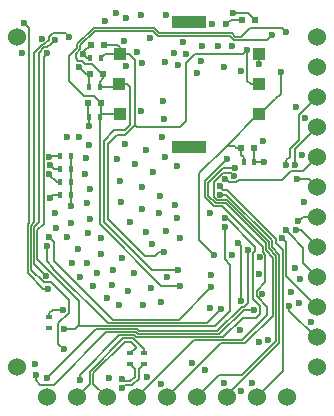
<source format=gbr>
G04 #@! TF.FileFunction,Copper,L4,Bot,Signal*
%FSLAX46Y46*%
G04 Gerber Fmt 4.6, Leading zero omitted, Abs format (unit mm)*
G04 Created by KiCad (PCBNEW 4.0.6) date 01/21/18 22:34:32*
%MOMM*%
%LPD*%
G01*
G04 APERTURE LIST*
%ADD10C,0.100000*%
%ADD11C,0.599440*%
%ADD12C,1.524000*%
%ADD13R,0.600000X0.500000*%
%ADD14R,1.100000X1.000000*%
%ADD15R,3.000000X1.000000*%
%ADD16R,0.400000X0.600000*%
%ADD17R,0.600000X0.400000*%
%ADD18C,0.600000*%
%ADD19C,0.127000*%
G04 APERTURE END LIST*
D10*
D11*
X149583140Y-91462860D03*
X151020780Y-91749880D03*
X144820640Y-109245400D03*
X148021040Y-117081300D03*
X146941540Y-116512340D03*
X152001220Y-118148100D03*
X156248100Y-98851720D03*
X152593040Y-108973620D03*
X155625800Y-108473240D03*
X156065220Y-109367320D03*
X155321000Y-110517940D03*
X155938220Y-111445040D03*
X151030940Y-118856760D03*
X143070580Y-117718840D03*
X139895580Y-117777260D03*
X144279620Y-118264940D03*
X133639560Y-116560600D03*
X141516100Y-110385860D03*
X140096240Y-109926120D03*
X138506200Y-110002320D03*
X139674600Y-110980220D03*
X140728700Y-111594900D03*
X142781020Y-111612680D03*
X144236440Y-111325660D03*
X143451580Y-110157260D03*
X142013940Y-108892340D03*
X140192760Y-108585000D03*
X138869420Y-108872020D03*
X140959840Y-107627420D03*
X139235180Y-107261660D03*
X138046460Y-108049060D03*
X137452100Y-109197140D03*
X136723120Y-108066840D03*
X137241280Y-106878120D03*
X139176760Y-105920540D03*
X138102340Y-105516680D03*
X136321800Y-105824020D03*
X138257280Y-104330500D03*
X136664700Y-104673400D03*
X135361680Y-105039160D03*
X135267700Y-103774240D03*
X138026140Y-102969060D03*
X143548100Y-106456480D03*
X145923000Y-105920540D03*
X144678400Y-105288080D03*
X143047720Y-105422700D03*
X141610080Y-104579420D03*
X140901420Y-102834440D03*
X142646400Y-103428800D03*
X144084040Y-103830120D03*
X145656300Y-104251760D03*
X145483580Y-103121460D03*
X144198340Y-102316280D03*
X142684500Y-101627940D03*
X140766800Y-101071680D03*
X138236960Y-101760020D03*
X137873740Y-100495100D03*
X137949940Y-99174300D03*
X138198860Y-98023680D03*
X137355580Y-97391220D03*
X140538200Y-99192080D03*
X142090140Y-99651820D03*
X143586200Y-100342700D03*
X145656300Y-99806760D03*
X144640300Y-99039680D03*
X143009620Y-98425000D03*
X141226540Y-97965260D03*
X147360640Y-91965780D03*
X147688300Y-90949780D03*
X150256240Y-89646760D03*
X149755860Y-87810340D03*
X148610320Y-87802720D03*
X149067520Y-89646760D03*
X147726400Y-89626440D03*
X142242540Y-90182700D03*
X140441680Y-86847680D03*
X144322800Y-97332800D03*
X142595600Y-95148400D03*
X144475200Y-94284800D03*
X144526000Y-95808800D03*
X146405600Y-90373200D03*
X145745200Y-91236800D03*
X141274800Y-91389200D03*
X142646400Y-91084400D03*
X141122400Y-89204800D03*
X141274800Y-87325200D03*
X143306800Y-89001600D03*
X142595600Y-87071200D03*
X144678400Y-87071200D03*
X146100800Y-89357200D03*
X145389600Y-90220800D03*
D12*
X157480000Y-116840000D03*
X157480000Y-114300000D03*
X157480000Y-111760000D03*
X157480000Y-109220000D03*
X157480000Y-106680000D03*
X132080000Y-116840000D03*
X134620000Y-119380000D03*
X137160000Y-119380000D03*
X139700000Y-119380000D03*
X142240000Y-119380000D03*
X144780000Y-119380000D03*
X147320000Y-119380000D03*
X149860000Y-119380000D03*
X152400000Y-119380000D03*
X154940000Y-119380000D03*
X157480000Y-88900000D03*
X132080000Y-88900000D03*
X157480000Y-104140000D03*
X157480000Y-101600000D03*
X157480000Y-99060000D03*
X157480000Y-96520000D03*
X157480000Y-93980000D03*
X157480000Y-91440000D03*
D11*
X139547600Y-87503000D03*
X144576800Y-90982800D03*
D13*
X152180380Y-98252280D03*
X151080380Y-98252280D03*
D14*
X140775200Y-90373200D03*
X140725200Y-92913200D03*
X140775200Y-95453200D03*
X152575200Y-95453200D03*
X152575200Y-92913200D03*
X152575200Y-90373200D03*
D15*
X146675200Y-87613200D03*
X146675200Y-98213200D03*
D13*
X151145240Y-87421720D03*
X152245240Y-87421720D03*
X138388000Y-89535000D03*
X139488000Y-89535000D03*
X138134000Y-94488000D03*
X139234000Y-94488000D03*
X138261000Y-92011500D03*
X139361000Y-92011500D03*
D16*
X139070500Y-93154500D03*
X138170500Y-93154500D03*
X139070500Y-95631000D03*
X138170500Y-95631000D03*
X151271820Y-99514660D03*
X152171820Y-99514660D03*
X139197500Y-90678000D03*
X138297500Y-90678000D03*
X135757500Y-98996500D03*
X136657500Y-98996500D03*
X135757500Y-101155500D03*
X136657500Y-101155500D03*
X135757500Y-102235000D03*
X136657500Y-102235000D03*
X135757500Y-100076000D03*
X136657500Y-100076000D03*
D17*
X134823200Y-112630800D03*
X134823200Y-113530800D03*
X142849600Y-116566100D03*
X142849600Y-115666100D03*
X141643100Y-116571600D03*
X141643100Y-115671600D03*
D18*
X137688769Y-90373658D03*
X153026226Y-99441232D03*
X132537200Y-90220800D03*
X153364846Y-114568244D03*
X136657500Y-103220100D03*
X156375100Y-102844600D03*
X137337800Y-91393998D03*
X138176000Y-96469200D03*
X152577800Y-91211400D03*
X156946600Y-113004600D03*
X149701086Y-105012376D03*
X134634645Y-90268153D03*
X136055100Y-113639600D03*
X150334211Y-86874226D03*
X151598198Y-90017600D03*
X144526000Y-107137200D03*
X154432000Y-91821000D03*
X148742400Y-107315000D03*
X154838400Y-88442800D03*
X145846800Y-109956600D03*
X153695400Y-88696800D03*
X145719800Y-108635800D03*
X134594600Y-106578400D03*
X149377400Y-111887000D03*
X134831100Y-105832373D03*
X148530597Y-110080009D03*
X132715000Y-87706200D03*
X134747000Y-110193998D03*
X140970000Y-118625202D03*
X136502140Y-88920318D03*
X136020611Y-115304398D03*
X140970000Y-117822002D03*
X135272367Y-89147327D03*
X134570069Y-109165256D03*
X134825156Y-99034600D03*
X134825156Y-100493998D03*
X134848600Y-102514400D03*
X134900958Y-99770949D03*
X135990798Y-111984910D03*
X152148250Y-111983387D03*
X133680200Y-117551200D03*
X154868981Y-105256055D03*
X155701358Y-105208945D03*
X155909989Y-104512512D03*
X150570523Y-99952220D03*
X150493233Y-100675112D03*
X149712680Y-100904040D03*
X149239164Y-102233648D03*
X149257714Y-101506873D03*
X151610619Y-106905045D03*
X134620000Y-117805200D03*
X149718660Y-104252989D03*
X137388600Y-117906800D03*
X150781352Y-106345469D03*
X151053800Y-111226600D03*
X155752808Y-100939600D03*
X154889200Y-99771200D03*
X155614320Y-99718796D03*
X156487712Y-95787723D03*
X155727400Y-94818200D03*
X152946100Y-97735802D03*
X152857200Y-110642400D03*
X152617610Y-107543600D03*
X150261610Y-107315000D03*
X149606000Y-118211600D03*
X150952200Y-113665000D03*
X152603200Y-114706400D03*
X148462012Y-103782515D03*
X134165340Y-89032080D03*
X148488400Y-109067600D03*
X148461765Y-111806806D03*
X136334500Y-97345500D03*
X154547481Y-105931590D03*
X155143200Y-111658400D03*
X149885400Y-99204780D03*
D19*
X152171820Y-99514660D02*
X152952798Y-99514660D01*
X152952798Y-99514660D02*
X153026226Y-99441232D01*
X152180380Y-98252280D02*
X152180380Y-99506100D01*
X152180380Y-99506100D02*
X152171820Y-99514660D01*
X150083520Y-87556340D02*
X150009860Y-87556340D01*
X150009860Y-87556340D02*
X149755860Y-87810340D01*
X151145240Y-87421720D02*
X150218140Y-87421720D01*
X150218140Y-87421720D02*
X150083520Y-87556340D01*
X137970500Y-90678000D02*
X137688769Y-90396269D01*
X138297500Y-90678000D02*
X137970500Y-90678000D01*
X137688769Y-90396269D02*
X137688769Y-90373658D01*
X138388000Y-89535000D02*
X138338000Y-89535000D01*
X138338000Y-89535000D02*
X137688769Y-90184231D01*
X137688769Y-90184231D02*
X137688769Y-90373658D01*
X136657500Y-102235000D02*
X136657500Y-103073200D01*
X136657500Y-103073200D02*
X136657500Y-103220100D01*
X138261000Y-92011500D02*
X137955302Y-92011500D01*
X137955302Y-92011500D02*
X137337800Y-91393998D01*
X138170500Y-95631000D02*
X138170500Y-96463700D01*
X138170500Y-96463700D02*
X138176000Y-96469200D01*
X138170500Y-93154500D02*
X138170500Y-92102000D01*
X138170500Y-92102000D02*
X138261000Y-92011500D01*
X138134000Y-94488000D02*
X138134000Y-95594500D01*
X138134000Y-95594500D02*
X138170500Y-95631000D01*
X136657500Y-103220100D02*
X136652000Y-103225600D01*
X136657500Y-102235000D02*
X136657500Y-101155500D01*
X136657500Y-101155500D02*
X136657500Y-100076000D01*
X136657500Y-98996500D02*
X136657500Y-100076000D01*
X152575200Y-90373200D02*
X152575200Y-91208800D01*
X152575200Y-91208800D02*
X152577800Y-91211400D01*
X136055100Y-113639600D02*
X137005060Y-113639600D01*
X137005060Y-113639600D02*
X137261626Y-113383034D01*
X137261626Y-113383034D02*
X148821166Y-113383034D01*
X148821166Y-113383034D02*
X150152100Y-112052100D01*
X150152100Y-112052100D02*
X150152100Y-108178600D01*
X150152100Y-108178600D02*
X149701086Y-107727586D01*
X149701086Y-107727586D02*
X149701086Y-105436640D01*
X149701086Y-105436640D02*
X149701086Y-105012376D01*
X134634645Y-90268153D02*
X134334646Y-90568152D01*
X134334646Y-90568152D02*
X134334646Y-101378146D01*
X134334646Y-101378146D02*
X134340600Y-101384100D01*
X134340600Y-101384100D02*
X134340600Y-104686100D01*
X137329101Y-111230601D02*
X137329101Y-113318099D01*
X134340600Y-104686100D02*
X133769100Y-105257600D01*
X133769100Y-105257600D02*
X133769100Y-107670600D01*
X133769100Y-107670600D02*
X137329101Y-111230601D01*
X137329101Y-113318099D02*
X137007600Y-113639600D01*
X137007600Y-113639600D02*
X136055100Y-113639600D01*
X150762161Y-86870540D02*
X151644060Y-86870540D01*
X151644060Y-86870540D02*
X152195240Y-87421720D01*
X152195240Y-87421720D02*
X152245240Y-87421720D01*
X150334211Y-86874226D02*
X150758475Y-86874226D01*
X150758475Y-86874226D02*
X150762161Y-86870540D01*
X142062200Y-96342200D02*
X142062200Y-96316800D01*
X142062200Y-96316800D02*
X142062200Y-90830400D01*
X145897600Y-96520000D02*
X142265400Y-96520000D01*
X142265400Y-96520000D02*
X142062200Y-96316800D01*
X146405600Y-96012000D02*
X145897600Y-96520000D01*
X146405600Y-91135200D02*
X146405600Y-96012000D01*
X147167600Y-90373200D02*
X146405600Y-91135200D01*
X151242598Y-90373200D02*
X147167600Y-90373200D01*
X151242598Y-90373200D02*
X151598198Y-90017600D01*
X152905400Y-92583000D02*
X152575200Y-92913200D01*
X151598198Y-90017600D02*
X151598198Y-92613198D01*
X151598198Y-92613198D02*
X151898200Y-92913200D01*
X151898200Y-92913200D02*
X152575200Y-92913200D01*
X139488000Y-89535000D02*
X140564000Y-89535000D01*
X140564000Y-89535000D02*
X140775200Y-89746200D01*
X140775200Y-89746200D02*
X140775200Y-90373200D01*
X140775200Y-90373200D02*
X139502300Y-90373200D01*
X139502300Y-90373200D02*
X139197500Y-90678000D01*
X142062200Y-90830400D02*
X141605000Y-90373200D01*
X141605000Y-90373200D02*
X140775200Y-90373200D01*
X141224000Y-97180400D02*
X142062200Y-96342200D01*
X140563600Y-97180400D02*
X141224000Y-97180400D01*
X139750800Y-97993200D02*
X140563600Y-97180400D01*
X139750800Y-104292400D02*
X139750800Y-97993200D01*
X142900400Y-107442000D02*
X139750800Y-104292400D01*
X143796936Y-107442000D02*
X142900400Y-107442000D01*
X144526000Y-107137200D02*
X144101736Y-107137200D01*
X144101736Y-107137200D02*
X143796936Y-107442000D01*
X153962100Y-94170500D02*
X153882000Y-94250600D01*
X154432000Y-93700600D02*
X153962100Y-94170500D01*
X153962100Y-94170500D02*
X153907900Y-94170500D01*
X153907900Y-94170500D02*
X152625200Y-95453200D01*
X152625200Y-95453200D02*
X152575200Y-95453200D01*
X147528271Y-100450129D02*
X149764220Y-98214180D01*
X149816820Y-98161580D02*
X149764220Y-98214180D01*
X149764220Y-98214180D02*
X152525200Y-95453200D01*
X150562680Y-98161580D02*
X149816820Y-98161580D01*
X151080380Y-98252280D02*
X150653380Y-98252280D01*
X150653380Y-98252280D02*
X150562680Y-98161580D01*
X151080380Y-98847820D02*
X151271820Y-99039260D01*
X151271820Y-99039260D02*
X151271820Y-99514660D01*
X151080380Y-98252280D02*
X151080380Y-98847820D01*
X152525200Y-95453200D02*
X152575200Y-95453200D01*
X147528271Y-106100871D02*
X147528271Y-100450129D01*
X148742400Y-107315000D02*
X147528271Y-106100871D01*
X154432000Y-91821000D02*
X154432000Y-93700600D01*
X137718800Y-93903800D02*
X136474200Y-92659200D01*
X137203518Y-89793302D02*
X137203518Y-89490661D01*
X150565759Y-88853701D02*
X151084641Y-88853701D01*
X138581590Y-88112589D02*
X143691414Y-88112589D01*
X150256447Y-88544389D02*
X150565759Y-88853701D01*
X138599800Y-93903800D02*
X137718800Y-93903800D01*
X137203518Y-89490661D02*
X138581590Y-88112589D01*
X154538401Y-88142801D02*
X154838400Y-88442800D01*
X143691414Y-88112589D02*
X144123214Y-88544389D01*
X144123214Y-88544389D02*
X150256447Y-88544389D01*
X136474200Y-90522620D02*
X137203518Y-89793302D01*
X151084641Y-88853701D02*
X151795541Y-88142801D01*
X139184000Y-94488000D02*
X138599800Y-93903800D01*
X136474200Y-92659200D02*
X136474200Y-90522620D01*
X151795541Y-88142801D02*
X154538401Y-88142801D01*
X139234000Y-94488000D02*
X139184000Y-94488000D01*
X139070500Y-95631000D02*
X139070500Y-104755100D01*
X139070500Y-104755100D02*
X144272000Y-109956600D01*
X144272000Y-109956600D02*
X145422536Y-109956600D01*
X145422536Y-109956600D02*
X145846800Y-109956600D01*
X140775200Y-95453200D02*
X139248300Y-95453200D01*
X139248300Y-95453200D02*
X139070500Y-95631000D01*
X139234000Y-94488000D02*
X139234000Y-95467500D01*
X139234000Y-95467500D02*
X139070500Y-95631000D01*
X137053668Y-90688348D02*
X137053668Y-90315073D01*
X138686804Y-88366600D02*
X143586200Y-88366600D01*
X150460545Y-89107712D02*
X153284488Y-89107712D01*
X153395401Y-88996799D02*
X153695400Y-88696800D01*
X138468001Y-91168501D02*
X137838247Y-91168501D01*
X153284488Y-89107712D02*
X153395401Y-88996799D01*
X144018000Y-88798400D02*
X150151233Y-88798400D01*
X137457525Y-89911216D02*
X137457525Y-89595879D01*
X137457525Y-89595879D02*
X138686804Y-88366600D01*
X137838247Y-91168501D02*
X137573242Y-90903496D01*
X137268816Y-90903496D02*
X137053668Y-90688348D01*
X137053668Y-90315073D02*
X137457525Y-89911216D01*
X139311000Y-92011500D02*
X138468001Y-91168501D01*
X150151233Y-88798400D02*
X150460545Y-89107712D01*
X143586200Y-88366600D02*
X144018000Y-88798400D01*
X139361000Y-92011500D02*
X139311000Y-92011500D01*
X137573242Y-90903496D02*
X137268816Y-90903496D01*
X145719800Y-108635800D02*
X143535400Y-108635800D01*
X139446000Y-104546400D02*
X139446000Y-97663000D01*
X143535400Y-108635800D02*
X139446000Y-104546400D01*
X139446000Y-97663000D02*
X140335000Y-96774000D01*
X141655800Y-96367600D02*
X141655800Y-93166800D01*
X140335000Y-96774000D02*
X141249400Y-96774000D01*
X141249400Y-96774000D02*
X141655800Y-96367600D01*
X141655800Y-93166800D02*
X141402200Y-92913200D01*
X141402200Y-92913200D02*
X140725200Y-92913200D01*
X139361000Y-92011500D02*
X139361000Y-92388500D01*
X139361000Y-92388500D02*
X139070500Y-92679000D01*
X139070500Y-92679000D02*
X139070500Y-93154500D01*
X139070500Y-93154500D02*
X140483900Y-93154500D01*
X140483900Y-93154500D02*
X140725200Y-92913200D01*
X134594600Y-107002664D02*
X134594600Y-106578400D01*
X139799024Y-113129024D02*
X135166109Y-108496109D01*
X134594600Y-107882876D02*
X134594600Y-107002664D01*
X135166109Y-108454385D02*
X134594600Y-107882876D01*
X135166109Y-108496109D02*
X135166109Y-108454385D01*
X149377400Y-111887000D02*
X148135376Y-113129024D01*
X148135376Y-113129024D02*
X139799024Y-113129024D01*
X135204200Y-106205473D02*
X135131099Y-106132372D01*
X148530597Y-110080009D02*
X145783806Y-112826800D01*
X145783806Y-112826800D02*
X140208000Y-112826800D01*
X135204200Y-107823000D02*
X135204200Y-106205473D01*
X135131099Y-106132372D02*
X134831100Y-105832373D01*
X134731027Y-105832373D02*
X134831100Y-105832373D01*
X134696200Y-105867200D02*
X134731027Y-105832373D01*
X140208000Y-112826800D02*
X135204200Y-107823000D01*
X133007067Y-108878329D02*
X133007067Y-104751459D01*
X133007067Y-104751459D02*
X133121400Y-104637126D01*
X133121400Y-104637126D02*
X133121400Y-88112600D01*
X134747000Y-110193998D02*
X134322736Y-110193998D01*
X134322736Y-110193998D02*
X133007067Y-108878329D01*
X133121400Y-88112600D02*
X133014999Y-88006199D01*
X133014999Y-88006199D02*
X132715000Y-87706200D01*
X140970000Y-118625202D02*
X141206501Y-118388701D01*
X141206501Y-118388701D02*
X141829025Y-118388701D01*
X141829025Y-118388701D02*
X142408699Y-117809027D01*
X142408699Y-117809027D02*
X142408699Y-117007001D01*
X142408699Y-117007001D02*
X142849600Y-116566100D01*
X136481299Y-111186523D02*
X134950534Y-109655758D01*
X136020611Y-115304398D02*
X135564599Y-114848386D01*
X134334627Y-109655758D02*
X133261078Y-108582209D01*
X136502140Y-88902540D02*
X136502140Y-88920318D01*
X136349740Y-88750140D02*
X136502140Y-88902540D01*
X133261078Y-108582209D02*
X133261078Y-104856673D01*
X134781866Y-89109903D02*
X134781866Y-88921530D01*
X135564599Y-114848386D02*
X135564599Y-113137051D01*
X136481299Y-112220351D02*
X136481299Y-111186523D01*
X135564599Y-113137051D02*
X136481299Y-112220351D01*
X134293990Y-89523641D02*
X134368128Y-89523641D01*
X136195658Y-88596058D02*
X136349740Y-88750140D01*
X133261078Y-104856673D02*
X133527800Y-104589951D01*
X133527800Y-90289831D02*
X134293990Y-89523641D01*
X135107338Y-88596058D02*
X136195658Y-88596058D01*
X133527800Y-104589951D02*
X133527800Y-90289831D01*
X134781866Y-88921530D02*
X135107338Y-88596058D01*
X134368128Y-89523641D02*
X134781866Y-89109903D01*
X134950534Y-109655758D02*
X134334627Y-109655758D01*
X136349740Y-88750140D02*
X136495657Y-88896057D01*
X140970000Y-117822002D02*
X141206501Y-118058503D01*
X141206501Y-118058503D02*
X141692251Y-118058503D01*
X141692251Y-118058503D02*
X142078501Y-117672253D01*
X142078501Y-117672253D02*
X142078501Y-117007001D01*
X142078501Y-117007001D02*
X141643100Y-116571600D01*
X134642042Y-89777652D02*
X134972368Y-89447326D01*
X133515089Y-108110276D02*
X133515089Y-104961887D01*
X133908800Y-90268056D02*
X134399204Y-89777652D01*
X134570069Y-109165256D02*
X133515089Y-108110276D01*
X133908800Y-104568176D02*
X133908800Y-90268056D01*
X133515089Y-104961887D02*
X133908800Y-104568176D01*
X134399204Y-89777652D02*
X134642042Y-89777652D01*
X134972368Y-89447326D02*
X135272367Y-89147327D01*
X135757500Y-98996500D02*
X134863256Y-98996500D01*
X134863256Y-98996500D02*
X134825156Y-99034600D01*
X135757500Y-101155500D02*
X135430500Y-101155500D01*
X135430500Y-101155500D02*
X134825156Y-100550156D01*
X134825156Y-100550156D02*
X134825156Y-100493998D01*
X135178800Y-102184200D02*
X135229600Y-102235000D01*
X135229600Y-102235000D02*
X135757500Y-102235000D01*
X134848600Y-102514400D02*
X135178800Y-102184200D01*
X135206009Y-100076000D02*
X135200957Y-100070948D01*
X135200957Y-100070948D02*
X134900958Y-99770949D01*
X135757500Y-100076000D02*
X135206009Y-100076000D01*
X135990798Y-111984910D02*
X135142090Y-111984910D01*
X135142090Y-111984910D02*
X134823200Y-112303800D01*
X134823200Y-112303800D02*
X134823200Y-112630800D01*
X151723986Y-111983387D02*
X152148250Y-111983387D01*
X151283989Y-111983387D02*
X151723986Y-111983387D01*
X149195998Y-114071378D02*
X151283989Y-111983387D01*
X142300328Y-114071378D02*
X149195998Y-114071378D01*
X142120002Y-113891052D02*
X142300328Y-114071378D01*
X139626348Y-113891052D02*
X142120002Y-113891052D01*
X135178800Y-118338600D02*
X139626348Y-113891052D01*
X134043336Y-118338600D02*
X135178800Y-118338600D01*
X133680200Y-117975464D02*
X134043336Y-118338600D01*
X133680200Y-117551200D02*
X133680200Y-117975464D01*
X156311600Y-108051600D02*
X157480000Y-109220000D01*
X156311600Y-106730800D02*
X156311600Y-108051600D01*
X155168980Y-105588180D02*
X156311600Y-106730800D01*
X154868981Y-105256055D02*
X155168980Y-105556054D01*
X155168980Y-105556054D02*
X155168980Y-105588180D01*
X155701358Y-105208945D02*
X156125622Y-105208945D01*
X156125622Y-105208945D02*
X157480000Y-106563323D01*
X157480000Y-106563323D02*
X157480000Y-106680000D01*
X156282501Y-104140000D02*
X156209988Y-104212513D01*
X156209988Y-104212513D02*
X155909989Y-104512512D01*
X157480000Y-104140000D02*
X156282501Y-104140000D01*
X149788482Y-102978169D02*
X148898500Y-102978169D01*
X151416638Y-114833411D02*
X153771600Y-112478449D01*
X153771600Y-112478449D02*
X153771600Y-107594400D01*
X148898500Y-102978169D02*
X148234411Y-102314080D01*
X149501180Y-99952220D02*
X150146259Y-99952220D01*
X148234411Y-101218989D02*
X149501180Y-99952220D01*
X148234411Y-102314080D02*
X148234411Y-101218989D01*
X149326589Y-114833411D02*
X151416638Y-114833411D01*
X150146259Y-99952220D02*
X150570523Y-99952220D01*
X153771600Y-107594400D02*
X153125640Y-106948440D01*
X144780000Y-119380000D02*
X149326589Y-114833411D01*
X153125640Y-106948440D02*
X153125640Y-106315327D01*
X153125640Y-106315327D02*
X149788482Y-102978169D01*
X150193234Y-100375113D02*
X150493233Y-100675112D01*
X149003714Y-102724158D02*
X148748654Y-102469098D01*
X149893696Y-102724158D02*
X149003714Y-102724158D01*
X153379651Y-106210113D02*
X149893696Y-102724158D01*
X149525823Y-100375113D02*
X150193234Y-100375113D01*
X154025611Y-107438386D02*
X153379651Y-106792426D01*
X154025611Y-112583663D02*
X154025611Y-107438386D01*
X154025589Y-112583685D02*
X154025611Y-112583663D01*
X151164476Y-117525800D02*
X154025589Y-114664687D01*
X154025589Y-114664687D02*
X154025589Y-112583685D01*
X148748654Y-101152282D02*
X149525823Y-100375113D01*
X147320000Y-119380000D02*
X149174200Y-117525800D01*
X153379651Y-106792426D02*
X153379651Y-106210113D01*
X148748654Y-102469098D02*
X148748654Y-101152282D01*
X149174200Y-117525800D02*
X151164476Y-117525800D01*
X150012679Y-101204039D02*
X149712680Y-100904040D01*
X150660275Y-101204039D02*
X150012679Y-101204039D01*
X155244800Y-100279200D02*
X154505681Y-101018319D01*
X154505681Y-101018319D02*
X150845995Y-101018319D01*
X157480000Y-99060000D02*
X156260800Y-100279200D01*
X150845995Y-101018319D02*
X150660275Y-101204039D01*
X156260800Y-100279200D02*
X155244800Y-100279200D01*
X154279622Y-107333172D02*
X153633662Y-106687212D01*
X149817987Y-102233648D02*
X149663428Y-102233648D01*
X153633662Y-106687212D02*
X153633662Y-106049323D01*
X149663428Y-102233648D02*
X149239164Y-102233648D01*
X149860000Y-119380000D02*
X149860000Y-119189500D01*
X149860000Y-119189500D02*
X154279622Y-114769878D01*
X154279622Y-114769878D02*
X154279622Y-107333172D01*
X153633662Y-106049323D02*
X149817987Y-102233648D01*
X154635200Y-106948744D02*
X154012618Y-106326162D01*
X149833361Y-101806872D02*
X149557713Y-101806872D01*
X154012618Y-106326162D02*
X154012618Y-105986129D01*
X154635200Y-117144800D02*
X154635200Y-106948744D01*
X152400000Y-119380000D02*
X154635200Y-117144800D01*
X154012618Y-105986129D02*
X149833361Y-101806872D01*
X149557713Y-101806872D02*
X149257714Y-101506873D01*
X134620000Y-117805200D02*
X138788157Y-113637043D01*
X138788157Y-113637043D02*
X142225218Y-113637043D01*
X151270874Y-111717101D02*
X151610619Y-111377356D01*
X151610619Y-107329309D02*
X151610619Y-106905045D01*
X151610619Y-111377356D02*
X151610619Y-107329309D01*
X151147499Y-111717101D02*
X151270874Y-111717101D01*
X149047233Y-113817367D02*
X151147499Y-111717101D01*
X142405542Y-113817367D02*
X149047233Y-113817367D01*
X142225218Y-113637043D02*
X142405542Y-113817367D01*
X149718660Y-104252989D02*
X149848529Y-104252989D01*
X149848529Y-104252989D02*
X152247600Y-106652060D01*
X142195114Y-114325389D02*
X142014786Y-114145061D01*
X152247600Y-106652060D02*
X152247600Y-106974640D01*
X152247600Y-106974640D02*
X152049480Y-107172760D01*
X151193500Y-112674400D02*
X149542511Y-114325389D01*
X152049480Y-107172760D02*
X152049480Y-111086900D01*
X149542511Y-114325389D02*
X142195114Y-114325389D01*
X152049480Y-111086900D02*
X152638760Y-111676180D01*
X152638760Y-111676180D02*
X152638760Y-112361980D01*
X152638760Y-112361980D02*
X152326340Y-112674400D01*
X152326340Y-112674400D02*
X151193500Y-112674400D01*
X142014786Y-114145061D02*
X140726075Y-114145061D01*
X140726075Y-114145061D02*
X137388600Y-117482536D01*
X137388600Y-117482536D02*
X137388600Y-117906800D01*
X151053800Y-111226600D02*
X151053800Y-106617917D01*
X151053800Y-106617917D02*
X150781352Y-106345469D01*
X155752808Y-100939600D02*
X156819600Y-100939600D01*
X156819600Y-100939600D02*
X157480000Y-101600000D01*
X155997211Y-97576350D02*
X155222221Y-98351340D01*
X154889200Y-99346936D02*
X154889200Y-99771200D01*
X157480000Y-93980000D02*
X155997211Y-95462789D01*
X155997211Y-95462789D02*
X155997211Y-97576350D01*
X155222221Y-98351340D02*
X155222221Y-99013915D01*
X155222221Y-99013915D02*
X154889200Y-99346936D01*
X142849600Y-115339100D02*
X142849600Y-115666100D01*
X141049131Y-114399069D02*
X141909569Y-114399069D01*
X138226808Y-118313192D02*
X138226809Y-117221391D01*
X141909569Y-114399069D02*
X142849600Y-115339100D01*
X137160000Y-119380000D02*
X138226808Y-118313192D01*
X138226809Y-117221391D02*
X141049131Y-114399069D01*
X138556999Y-118236999D02*
X138556999Y-117358161D01*
X138556999Y-117358161D02*
X141185900Y-114729260D01*
X139700000Y-119380000D02*
X138556999Y-118236999D01*
X141185900Y-114729260D02*
X141749325Y-114729260D01*
X141749325Y-114729260D02*
X142122101Y-115102036D01*
X142122101Y-115102036D02*
X142122101Y-115192599D01*
X142122101Y-115192599D02*
X141643100Y-115671600D01*
X157480000Y-96520000D02*
X155614320Y-98385680D01*
X155614320Y-98385680D02*
X155614320Y-99294532D01*
X155614320Y-99294532D02*
X155614320Y-99718796D01*
X154847480Y-106231589D02*
X154547481Y-105931590D01*
X154889211Y-106273320D02*
X154847480Y-106231589D01*
X154889211Y-109169211D02*
X154889211Y-106273320D01*
X157480000Y-111760000D02*
X154889211Y-109169211D01*
X155143200Y-111658400D02*
X155143200Y-112082664D01*
X155143200Y-112082664D02*
X157360536Y-114300000D01*
X157360536Y-114300000D02*
X157480000Y-114300000D01*
X147980400Y-101109780D02*
X149585401Y-99504779D01*
X149585401Y-99504779D02*
X149885400Y-99204780D01*
X153243572Y-111731765D02*
X152366699Y-110854892D01*
X152871629Y-106679687D02*
X149424122Y-103232180D01*
X153243572Y-112435935D02*
X153243572Y-111731765D01*
X152871629Y-107080126D02*
X152871629Y-106679687D01*
X151100107Y-114579400D02*
X153243572Y-112435935D01*
X148793286Y-103232180D02*
X147980400Y-102419294D01*
X149424122Y-103232180D02*
X148793286Y-103232180D01*
X153108120Y-107316616D02*
X152871629Y-107080126D01*
X153108120Y-109665538D02*
X153108120Y-107316616D01*
X152366699Y-110854892D02*
X152366699Y-110406959D01*
X152366699Y-110406959D02*
X153108120Y-109665538D01*
X142240000Y-119380000D02*
X147040600Y-114579400D01*
X147040600Y-114579400D02*
X151100107Y-114579400D01*
X147980400Y-102419294D02*
X147980400Y-101109780D01*
M02*

</source>
